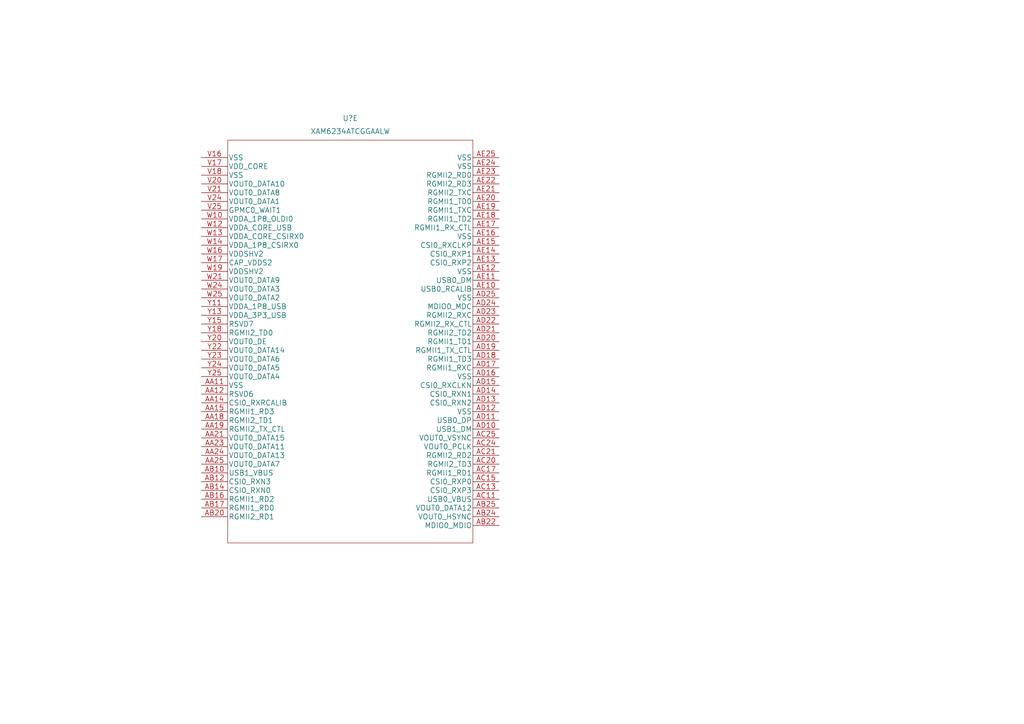
<source format=kicad_sch>
(kicad_sch (version 20211123) (generator eeschema)
  (paper "A4")
  (lib_symbols
    (symbol "XAM6234ATCGGAALW:XAM6234ATCGGAALW" (pin_names (offset 0.254))
      (property "Reference" "U" (at 45.72 10.16 0))
      (property "Value" "XAM6234ATCGGAALW" (at 45.72 7.62 0))
      (symbol "XAM6234ATCGGAALW_1_1"
        (polyline (pts (xy 7.62 -111.76) (xy 83.82 -111.76)) (stroke (width 0.127)))
        (polyline (pts (xy 7.62 5.08) (xy 7.62 -111.76)) (stroke (width 0.127)))
        (polyline (pts (xy 83.82 -111.76) (xy 83.82 5.08)) (stroke (width 0.127)))
        (polyline (pts (xy 83.82 5.08) (xy 7.62 5.08)) (stroke (width 0.127)))
        (pin power_in line (at 0 0 0) (length 7.62) (name "VSS") (number "A1"))
        (pin unspecified line (at 0 -2.54 0) (length 7.62) (name "RSVD1") (number "A2"))
        (pin output line (at 0 -5.08 0) (length 7.62) (name "MCU_OSC0_XO") (number "A3"))
        (pin bidirectional line (at 0 -7.62 0) (length 7.62) (name "WKUP_UART0_RTSN") (number "A4"))
        (pin bidirectional line (at 0 -10.16 0) (length 7.62) (name "MCU_UART0_TXD") (number "A5"))
        (pin bidirectional line (at 0 -12.7 0) (length 7.62) (name "MCU_UART0_CTSN") (number "A6"))
        (pin bidirectional line (at 0 -15.24 0) (length 7.62) (name "MCU_SPI0_CLK") (number "A7"))
        (pin bidirectional line (at 0 -17.78 0) (length 7.62) (name "MCU_I2C0_SCL") (number "A8"))
        (pin bidirectional line (at 0 -20.32 0) (length 7.62) (name "WKUP_I2C0_SDA") (number "A9"))
        (pin unspecified line (at 0 -22.86 0) (length 7.62) (name "RSVD0") (number "B1"))
        (pin input line (at 0 -25.4 0) (length 7.62) (name "MCU_OSC0_XI") (number "B2"))
        (pin bidirectional line (at 0 -27.94 0) (length 7.62) (name "MCU_MCAN0_RX") (number "B3"))
        (pin bidirectional line (at 0 -30.48 0) (length 7.62) (name "WKUP_UART0_RXD") (number "B4"))
        (pin bidirectional line (at 0 -33.02 0) (length 7.62) (name "MCU_UART0_RXD") (number "B5"))
        (pin bidirectional line (at 0 -35.56 0) (length 7.62) (name "MCU_UART0_RTSN") (number "B6"))
        (pin bidirectional line (at 0 -38.1 0) (length 7.62) (name "PMIC_LPM_EN0") (number "B7"))
        (pin bidirectional line (at 0 -40.64 0) (length 7.62) (name "MCU_SPI0_CS1") (number "B8"))
        (pin bidirectional line (at 0 -43.18 0) (length 7.62) (name "WKUP_I2C0_SCL") (number "B9"))
        (pin bidirectional line (at 0 -45.72 0) (length 7.62) (name "WKUP_LFOSC0_XO") (number "C1"))
        (pin input line (at 0 -48.26 0) (length 7.62) (name "WKUP_LFOSC0_XI") (number "C2"))
        (pin bidirectional line (at 0 -50.8 0) (length 7.62) (name "WKUP_UART0_TXD") (number "C5"))
        (pin bidirectional line (at 0 -53.34 0) (length 7.62) (name "WKUP_UART0_CTSN") (number "C6"))
        (pin bidirectional line (at 0 -55.88 0) (length 7.62) (name "MCU_SPI0_D1") (number "C9"))
        (pin bidirectional line (at 0 -58.42 0) (length 7.62) (name "MCU_ERRORN") (number "D1"))
        (pin bidirectional line (at 0 -60.96 0) (length 7.62) (name "MCU_PORZ") (number "D2"))
        (pin bidirectional line (at 0 -63.5 0) (length 7.62) (name "MCU_MCAN1_RX") (number "D4"))
        (pin bidirectional line (at 0 -66.04 0) (length 7.62) (name "MCU_MCAN0_TX") (number "D6"))
        (pin bidirectional line (at 0 -68.58 0) (length 7.62) (name "MCU_SPI0_D0") (number "D9"))
        (pin bidirectional line (at 0 -71.12 0) (length 7.62) (name "DDR0_DQS0") (number "E1"))
        (pin bidirectional line (at 0 -73.66 0) (length 7.62) (name "DDR0_DQS0_N") (number "E2"))
        (pin bidirectional line (at 0 -76.2 0) (length 7.62) (name "DDR0_DQ4") (number "E3"))
        (pin bidirectional line (at 0 -78.74 0) (length 7.62) (name "MCU_MCAN1_TX") (number "E5"))
        (pin unspecified line (at 0 -81.28 0) (length 7.62) (name "RSVD8") (number "E7"))
        (pin bidirectional line (at 0 -83.82 0) (length 7.62) (name "MCU_SPI0_CS0") (number "E8"))
        (pin bidirectional line (at 0 -86.36 0) (length 7.62) (name "DDR0_DQ7") (number "F1"))
        (pin bidirectional line (at 0 -88.9 0) (length 7.62) (name "DDR0_DQ6") (number "F2"))
        (pin bidirectional line (at 0 -91.44 0) (length 7.62) (name "DDR0_DQ2") (number "F3"))
        (pin bidirectional line (at 0 -93.98 0) (length 7.62) (name "DDR0_DQ0") (number "F4"))
        (pin unspecified line (at 0 -96.52 0) (length 7.62) (name "RSVD2") (number "F6"))
        (pin power_in line (at 0 -99.06 0) (length 7.62) (name "VDD_CANUART") (number "F8"))
        (pin output line (at 0 -101.6 0) (length 7.62) (name "DDR0_RESET0_N") (number "G1"))
        (pin bidirectional line (at 0 -104.14 0) (length 7.62) (name "DDR0_DQ5") (number "G2"))
        (pin bidirectional line (at 91.44 -106.68 180) (length 7.62) (name "DDR0_DQ1") (number "G5"))
        (pin power_in line (at 91.44 -104.14 180) (length 7.62) (name "VDDS_OSC0") (number "G7"))
        (pin unspecified line (at 91.44 -101.6 180) (length 7.62) (name "CAP_VDDS_CANUART") (number "G9"))
        (pin output line (at 91.44 -99.06 180) (length 7.62) (name "DDR0_ODT0") (number "H1"))
        (pin output line (at 91.44 -96.52 180) (length 7.62) (name "DDR0_CKE0") (number "H2"))
        (pin bidirectional line (at 91.44 -93.98 180) (length 7.62) (name "DDR0_DM0") (number "H5"))
        (pin bidirectional line (at 91.44 -91.44 180) (length 7.62) (name "DDR0_DQ3") (number "H6"))
        (pin power_in line (at 91.44 -88.9 180) (length 7.62) (name "VDD_CORE") (number "H8"))
        (pin power_in line (at 91.44 -86.36 180) (length 7.62) (name "VDDSHV_CANUART") (number "H9"))
        (pin output line (at 91.44 -83.82 180) (length 7.62) (name "DDR0_A0") (number "J1"))
        (pin output line (at 91.44 -81.28 180) (length 7.62) (name "DDR0_A1") (number "J2"))
        (pin output line (at 91.44 -78.74 180) (length 7.62) (name "DDR0_ODT1") (number "J3"))
        (pin output line (at 91.44 -76.2 180) (length 7.62) (name "DDR0_CKE1") (number "J4"))
        (pin power_in line (at 91.44 -73.66 180) (length 7.62) (name "VSS") (number "J7"))
        (pin power_in line (at 91.44 -71.12 180) (length 7.62) (name "VPP") (number "J8"))
        (pin output line (at 91.44 -68.58 180) (length 7.62) (name "DDR0_A5") (number "K1"))
        (pin output line (at 91.44 -66.04 180) (length 7.62) (name "DDR0_CS1_N") (number "K2"))
        (pin output line (at 91.44 -63.5 180) (length 7.62) (name "DDR0_A2") (number "K3"))
        (pin output line (at 91.44 -60.96 180) (length 7.62) (name "DDR0_A4") (number "K4"))
        (pin power_in line (at 91.44 -58.42 180) (length 7.62) (name "VSS") (number "K7"))
        (pin power_in line (at 91.44 -55.88 180) (length 7.62) (name "VDDS_DDR") (number "K9"))
        (pin output line (at 91.44 -53.34 180) (length 7.62) (name "DDR0_CK0") (number "L1"))
        (pin output line (at 91.44 -50.8 180) (length 7.62) (name "DDR0_CK0_N") (number "L2"))
        (pin output line (at 91.44 -48.26 180) (length 7.62) (name "DDR0_A3") (number "L5"))
        (pin output line (at 91.44 -45.72 180) (length 7.62) (name "DDR0_CS0_N") (number "L6"))
        (pin power_in line (at 91.44 -43.18 180) (length 7.62) (name "VDDS_DDR") (number "L8"))
        (pin output line (at 91.44 -40.64 180) (length 7.62) (name "DDR0_BA0") (number "M1"))
        (pin unspecified line (at 91.44 -38.1 180) (length 7.62) (name "DDR0_CAL0") (number "M2"))
        (pin output line (at 91.44 -35.56 180) (length 7.62) (name "DDR0_CAS_N") (number "M4"))
        (pin output line (at 91.44 -33.02 180) (length 7.62) (name "DDR0_RAS_N") (number "M5"))
        (pin power_in line (at 91.44 -30.48 180) (length 7.62) (name "VSS") (number "M7"))
        (pin power_in line (at 91.44 -27.94 180) (length 7.62) (name "VSS") (number "M8"))
        (pin power_in line (at 91.44 -25.4 180) (length 7.62) (name "VDDS_DDR_C") (number "M9"))
        (pin output line (at 91.44 -22.86 180) (length 7.62) (name "DDR0_BA1") (number "N1"))
        (pin output line (at 91.44 -20.32 180) (length 7.62) (name "DDR0_BG1") (number "N2"))
        (pin output line (at 91.44 -17.78 180) (length 7.62) (name "DDR0_WE_N") (number "N3"))
        (pin output line (at 91.44 -15.24 180) (length 7.62) (name "DDR0_ACT_N") (number "N6"))
        (pin power_in line (at 91.44 -12.7 180) (length 7.62) (name "VDD_CORE") (number "N8"))
        (pin output line (at 91.44 -10.16 180) (length 7.62) (name "DDR0_A8") (number "P1"))
        (pin output line (at 91.44 -7.62 180) (length 7.62) (name "DDR0_A7") (number "P2"))
        (pin output line (at 91.44 -5.08 180) (length 7.62) (name "DDR0_A9") (number "P4"))
        (pin output line (at 91.44 -2.54 180) (length 7.62) (name "DDR0_A11") (number "P5"))
        (pin power_in line (at 91.44 0 180) (length 7.62) (name "VSS") (number "P7"))
      )
      (symbol "XAM6234ATCGGAALW_2_1"
        (polyline (pts (xy 7.62 -111.76) (xy 73.66 -111.76)) (stroke (width 0.127)))
        (polyline (pts (xy 7.62 5.08) (xy 7.62 -111.76)) (stroke (width 0.127)))
        (polyline (pts (xy 73.66 -111.76) (xy 73.66 5.08)) (stroke (width 0.127)))
        (polyline (pts (xy 73.66 5.08) (xy 7.62 5.08)) (stroke (width 0.127)))
        (pin input line (at 0 -91.44 0) (length 7.62) (name "TCK") (number "A10"))
        (pin input line (at 0 -93.98 0) (length 7.62) (name "TDI") (number "A11"))
        (pin bidirectional line (at 0 -96.52 0) (length 7.62) (name "WKUP_CLKOUT0") (number "A12"))
        (pin bidirectional line (at 0 -99.06 0) (length 7.62) (name "SPI0_CS0") (number "A13"))
        (pin bidirectional line (at 0 -101.6 0) (length 7.62) (name "SPI0_CLK") (number "A14"))
        (pin bidirectional line (at 0 -104.14 0) (length 7.62) (name "UART0_CTSN") (number "A15"))
        (pin bidirectional line (at 81.28 -106.68 180) (length 7.62) (name "I2C0_SDA") (number "A16"))
        (pin bidirectional line (at 81.28 -104.14 180) (length 7.62) (name "I2C1_SDA") (number "A17"))
        (pin bidirectional line (at 81.28 -101.6 180) (length 7.62) (name "EXT_REFCLK1") (number "A18"))
        (pin bidirectional line (at 81.28 -99.06 180) (length 7.62) (name "MCASP0_AXR2") (number "A19"))
        (pin bidirectional line (at 81.28 -96.52 180) (length 7.62) (name "MCASP0_ACLKR") (number "A20"))
        (pin bidirectional line (at 81.28 -93.98 180) (length 7.62) (name "MMC1_CMD") (number "A21"))
        (pin bidirectional line (at 81.28 -91.44 180) (length 7.62) (name "MMC1_DAT0") (number "A22"))
        (pin bidirectional line (at 81.28 -88.9 180) (length 7.62) (name "MMC2_SDCD") (number "A23"))
        (pin power_in line (at 81.28 -86.36 180) (length 7.62) (name "VSS") (number "A24"))
        (pin power_in line (at 81.28 -83.82 180) (length 7.62) (name "VSS") (number "A25"))
        (pin bidirectional line (at 81.28 -81.28 180) (length 7.62) (name "MMC0_DAT1") (number "AA1"))
        (pin bidirectional line (at 81.28 -78.74 180) (length 7.62) (name "MMC0_DAT0") (number "AA2"))
        (pin bidirectional line (at 81.28 -76.2 180) (length 7.62) (name "MMC0_DAT2") (number "AA3"))
        (pin bidirectional line (at 81.28 -73.66 180) (length 7.62) (name "OLDI0_A0N") (number "AA5"))
        (pin bidirectional line (at 81.28 -71.12 180) (length 7.62) (name "OLDI0_A3P") (number "AA7"))
        (pin bidirectional line (at 81.28 -68.58 180) (length 7.62) (name "OLDI0_A2P") (number "AA8"))
        (pin bidirectional line (at 81.28 -66.04 180) (length 7.62) (name "MMC0_CLK") (number "AB1"))
        (pin bidirectional line (at 81.28 -63.5 180) (length 7.62) (name "MMC0_DAT4") (number "AB2"))
        (pin bidirectional line (at 81.28 -60.96 180) (length 7.62) (name "OLDI0_A1P") (number "AB4"))
        (pin bidirectional line (at 81.28 -58.42 180) (length 7.62) (name "OLDI0_A3N") (number "AB6"))
        (pin power_in line (at 81.28 -55.88 180) (length 7.62) (name "VSS") (number "AB9"))
        (pin bidirectional line (at 81.28 -53.34 180) (length 7.62) (name "MMC0_DAT5") (number "AC1"))
        (pin bidirectional line (at 81.28 -50.8 180) (length 7.62) (name "MMC0_DAT7") (number "AC2"))
        (pin bidirectional line (at 81.28 -48.26 180) (length 7.62) (name "OLDI0_A4P") (number "AC5"))
        (pin bidirectional line (at 81.28 -45.72 180) (length 7.62) (name "OLDI0_A4N") (number "AC6"))
        (pin bidirectional line (at 81.28 -43.18 180) (length 7.62) (name "USB1_RCALIB") (number "AC9"))
        (pin power_in line (at 81.28 -40.64 180) (length 7.62) (name "VSS") (number "AD1"))
        (pin bidirectional line (at 81.28 -38.1 180) (length 7.62) (name "MMC0_DAT6") (number "AD2"))
        (pin bidirectional line (at 81.28 -35.56 180) (length 7.62) (name "OLDI0_A1N") (number "AD3"))
        (pin bidirectional line (at 81.28 -33.02 180) (length 7.62) (name "OLDI0_CLK0N") (number "AD4"))
        (pin bidirectional line (at 81.28 -30.48 180) (length 7.62) (name "OLDI0_CLK1P") (number "AD5"))
        (pin bidirectional line (at 81.28 -27.94 180) (length 7.62) (name "OLDI0_A5P") (number "AD6"))
        (pin bidirectional line (at 81.28 -25.4 180) (length 7.62) (name "OLDI0_A6P") (number "AD7"))
        (pin bidirectional line (at 81.28 -22.86 180) (length 7.62) (name "OLDI0_A7N") (number "AD8"))
        (pin power_in line (at 81.28 -20.32 180) (length 7.62) (name "VSS") (number "AD9"))
        (pin power_in line (at 81.28 -17.78 180) (length 7.62) (name "VSS") (number "AE1"))
        (pin unspecified line (at 81.28 -15.24 180) (length 7.62) (name "RSVD3") (number "AE2"))
        (pin bidirectional line (at 81.28 -12.7 180) (length 7.62) (name "OLDI0_CLK0P") (number "AE3"))
        (pin bidirectional line (at 81.28 -10.16 180) (length 7.62) (name "OLDI0_CLK1N") (number "AE4"))
        (pin bidirectional line (at 81.28 -7.62 180) (length 7.62) (name "OLDI0_A5N") (number "AE5"))
        (pin bidirectional line (at 81.28 -5.08 180) (length 7.62) (name "OLDI0_A6N") (number "AE6"))
        (pin bidirectional line (at 81.28 -2.54 180) (length 7.62) (name "OLDI0_A7P") (number "AE7"))
        (pin power_in line (at 81.28 0 180) (length 7.62) (name "VSS") (number "AE8"))
        (pin power_in line (at 0 0 0) (length 7.62) (name "VDDS_DDR") (number "P9"))
        (pin output line (at 0 -2.54 0) (length 7.62) (name "DDR0_A13") (number "R1"))
        (pin output line (at 0 -5.08 0) (length 7.62) (name "DDR0_A6") (number "R2"))
        (pin bidirectional line (at 0 -7.62 0) (length 7.62) (name "DDR0_ALERT_N") (number "R3"))
        (pin output line (at 0 -10.16 0) (length 7.62) (name "DDR0_A10") (number "R5"))
        (pin output line (at 0 -12.7 0) (length 7.62) (name "DDR0_A12") (number "R6"))
        (pin power_in line (at 0 -15.24 0) (length 7.62) (name "VDDS_DDR") (number "R8"))
        (pin output line (at 0 -17.78 0) (length 7.62) (name "DDR0_PAR") (number "T1"))
        (pin unspecified line (at 0 -20.32 0) (length 7.62) (name "RSVD4") (number "T2"))
        (pin output line (at 0 -22.86 0) (length 7.62) (name "DDR0_BG0") (number "T4"))
        (pin power_in line (at 0 -25.4 0) (length 7.62) (name "VDDSHV4") (number "T7"))
        (pin power_in line (at 0 -27.94 0) (length 7.62) (name "VSS") (number "T8"))
        (pin power_in line (at 0 -30.48 0) (length 7.62) (name "VDDA_TEMP0") (number "T9"))
        (pin bidirectional line (at 0 -33.02 0) (length 7.62) (name "DDR0_DQ8") (number "U1"))
        (pin bidirectional line (at 0 -35.56 0) (length 7.62) (name "DDR0_DQ10") (number "U2"))
        (pin bidirectional line (at 0 -38.1 0) (length 7.62) (name "DDR0_DQ9") (number "U3"))
        (pin unspecified line (at 0 -40.64 0) (length 7.62) (name "RSVD5") (number "U4"))
        (pin unspecified line (at 0 -43.18 0) (length 7.62) (name "CAP_VDDS4") (number "U7"))
        (pin power_in line (at 0 -45.72 0) (length 7.62) (name "VSS") (number "U8"))
        (pin bidirectional line (at 0 -48.26 0) (length 7.62) (name "DDR0_DQS1") (number "V1"))
        (pin bidirectional line (at 0 -50.8 0) (length 7.62) (name "DDR0_DQS1_N") (number "V2"))
        (pin bidirectional line (at 0 -53.34 0) (length 7.62) (name "DDR0_DQ11") (number "V5"))
        (pin bidirectional line (at 0 -55.88 0) (length 7.62) (name "DDR0_DQ13") (number "V6"))
        (pin power_in line (at 0 -58.42 0) (length 7.62) (name "VDD_CORE") (number "V8"))
        (pin power_in line (at 0 -60.96 0) (length 7.62) (name "VSS") (number "V9"))
        (pin bidirectional line (at 0 -63.5 0) (length 7.62) (name "DDR0_DQ15") (number "W1"))
        (pin bidirectional line (at 0 -66.04 0) (length 7.62) (name "DDR0_DQ12") (number "W2"))
        (pin bidirectional line (at 0 -68.58 0) (length 7.62) (name "DDR0_DM1") (number "W5"))
        (pin power_in line (at 0 -71.12 0) (length 7.62) (name "VSS") (number "W7"))
        (pin power_in line (at 0 -73.66 0) (length 7.62) (name "VDDA_1P8_OLDI0") (number "W9"))
        (pin bidirectional line (at 0 -76.2 0) (length 7.62) (name "DDR0_DQ14") (number "Y1"))
        (pin power_in line (at 0 -78.74 0) (length 7.62) (name "VSS") (number "Y2"))
        (pin bidirectional line (at 0 -81.28 0) (length 7.62) (name "MMC0_CMD") (number "Y3"))
        (pin bidirectional line (at 0 -83.82 0) (length 7.62) (name "MMC0_DAT3") (number "Y4"))
        (pin bidirectional line (at 0 -86.36 0) (length 7.62) (name "OLDI0_A0P") (number "Y6"))
        (pin bidirectional line (at 0 -88.9 0) (length 7.62) (name "OLDI0_A2N") (number "Y8"))
      )
      (symbol "XAM6234ATCGGAALW_3_1"
        (polyline (pts (xy 7.62 -111.76) (xy 73.66 -111.76)) (stroke (width 0.127)))
        (polyline (pts (xy 7.62 5.08) (xy 7.62 -111.76)) (stroke (width 0.127)))
        (polyline (pts (xy 73.66 -111.76) (xy 73.66 5.08)) (stroke (width 0.127)))
        (polyline (pts (xy 73.66 5.08) (xy 7.62 5.08)) (stroke (width 0.127)))
        (pin bidirectional line (at 0 0 0) (length 7.62) (name "USB1_DP") (number "AE9"))
        (pin input line (at 0 -2.54 0) (length 7.62) (name "TRSTN") (number "B10"))
        (pin input line (at 0 -5.08 0) (length 7.62) (name "TMS") (number "B11"))
        (pin bidirectional line (at 0 -7.62 0) (length 7.62) (name "MCU_RESETSTATZ") (number "B12"))
        (pin bidirectional line (at 0 -10.16 0) (length 7.62) (name "SPI0_D0") (number "B13"))
        (pin bidirectional line (at 0 -12.7 0) (length 7.62) (name "SPI0_D1") (number "B14"))
        (pin bidirectional line (at 0 -15.24 0) (length 7.62) (name "UART0_RTSN") (number "B15"))
        (pin bidirectional line (at 0 -17.78 0) (length 7.62) (name "I2C0_SCL") (number "B16"))
        (pin bidirectional line (at 0 -20.32 0) (length 7.62) (name "I2C1_SCL") (number "B17"))
        (pin bidirectional line (at 0 -22.86 0) (length 7.62) (name "MCASP0_AXR1") (number "B18"))
        (pin bidirectional line (at 0 -25.4 0) (length 7.62) (name "MCASP0_AXR3") (number "B19"))
        (pin bidirectional line (at 0 -27.94 0) (length 7.62) (name "MCASP0_ACLKX") (number "B20"))
        (pin bidirectional line (at 0 -30.48 0) (length 7.62) (name "MMC1_DAT1") (number "B21"))
        (pin bidirectional line (at 0 -33.02 0) (length 7.62) (name "MMC1_CLK") (number "B22"))
        (pin bidirectional line (at 0 -35.56 0) (length 7.62) (name "MMC2_SDWP") (number "B23"))
        (pin bidirectional line (at 0 -38.1 0) (length 7.62) (name "MMC2_DAT0") (number "B24"))
        (pin power_in line (at 0 -40.64 0) (length 7.62) (name "VSS") (number "B25"))
        (pin bidirectional line (at 0 -43.18 0) (length 7.62) (name "EMU1") (number "C11"))
        (pin bidirectional line (at 0 -45.72 0) (length 7.62) (name "SPI0_CS1") (number "C13"))
        (pin bidirectional line (at 0 -48.26 0) (length 7.62) (name "MCAN0_TX") (number "C15"))
        (pin bidirectional line (at 0 -50.8 0) (length 7.62) (name "MMC1_SDWP") (number "C17"))
        (pin bidirectional line (at 0 -53.34 0) (length 7.62) (name "USB0_DRVVBUS") (number "C20"))
        (pin bidirectional line (at 0 -55.88 0) (length 7.62) (name "MMC1_DAT2") (number "C21"))
        (pin bidirectional line (at 0 -58.42 0) (length 7.62) (name "MMC2_CMD") (number "C24"))
        (pin bidirectional line (at 0 -60.96 0) (length 7.62) (name "MMC2_DAT1") (number "C25"))
        (pin bidirectional line (at 0 -63.5 0) (length 7.62) (name "MCU_I2C0_SDA") (number "D10"))
        (pin output line (at 0 -66.04 0) (length 7.62) (name "TDO") (number "D12"))
        (pin bidirectional line (at 0 -68.58 0) (length 7.62) (name "UART0_RXD") (number "D14"))
        (pin bidirectional line (at 0 -71.12 0) (length 7.62) (name "EXTINTN") (number "D16"))
        (pin bidirectional line (at 0 -73.66 0) (length 7.62) (name "MMC1_SDCD") (number "D17"))
        (pin bidirectional line (at 0 -76.2 0) (length 7.62) (name "MCASP0_AFSX") (number "D20"))
        (pin bidirectional line (at 0 -78.74 0) (length 7.62) (name "MMC1_DAT3") (number "D22"))
        (pin bidirectional line (at 0 -81.28 0) (length 7.62) (name "MMC2_DAT3") (number "D24"))
        (pin bidirectional line (at 0 -83.82 0) (length 7.62) (name "MMC2_CLK") (number "D25"))
        (pin bidirectional line (at 0 -86.36 0) (length 7.62) (name "MCU_RESETZ") (number "E11"))
        (pin bidirectional line (at 0 -88.9 0) (length 7.62) (name "EMU0") (number "E12"))
        (pin bidirectional line (at 0 -91.44 0) (length 7.62) (name "UART0_TXD") (number "E14"))
        (pin bidirectional line (at 0 -93.98 0) (length 7.62) (name "MCAN0_RX") (number "E15"))
        (pin bidirectional line (at 0 -96.52 0) (length 7.62) (name "MCASP0_AXR0") (number "E18"))
        (pin bidirectional line (at 0 -99.06 0) (length 7.62) (name "MCASP0_AFSR") (number "E19"))
        (pin output line (at 0 -101.6 0) (length 7.62) (name "PORZ_OUT") (number "E21"))
        (pin bidirectional line (at 0 -104.14 0) (length 7.62) (name "MMC2_DAT2") (number "E23"))
        (pin bidirectional line (at 81.28 -106.68 180) (length 7.62) (name "OSPI0_CSN3") (number "E24"))
        (pin bidirectional line (at 81.28 -104.14 180) (length 7.62) (name "OSPI0_D0") (number "E25"))
        (pin power_in line (at 81.28 -101.6 180) (length 7.62) (name "VDDSHV_MCU") (number "F11"))
        (pin power_in line (at 81.28 -99.06 180) (length 7.62) (name "VSS") (number "F13"))
        (pin power_in line (at 81.28 -96.52 180) (length 7.62) (name "VDDSHV0") (number "F15"))
        (pin bidirectional line (at 81.28 -93.98 180) (length 7.62) (name "USB1_DRVVBUS") (number "F18"))
        (pin input line (at 81.28 -91.44 180) (length 7.62) (name "RESET_REQZ") (number "F20"))
        (pin output line (at 81.28 -88.9 180) (length 7.62) (name "RESETSTATZ") (number "F22"))
        (pin bidirectional line (at 81.28 -86.36 180) (length 7.62) (name "OSPI0_CSN0") (number "F23"))
        (pin bidirectional line (at 81.28 -83.82 180) (length 7.62) (name "OSPI0_D3") (number "F24"))
        (pin bidirectional line (at 81.28 -81.28 180) (length 7.62) (name "OSPI0_D2") (number "F25"))
        (pin unspecified line (at 81.28 -78.74 180) (length 7.62) (name "VMON_1P8_SOC") (number "G10"))
        (pin power_in line (at 81.28 -76.2 180) (length 7.62) (name "VDDSHV_MCU") (number "G12"))
        (pin power_in line (at 81.28 -73.66 180) (length 7.62) (name "VSS") (number "G13"))
        (pin power_in line (at 81.28 -71.12 180) (length 7.62) (name "VDDSHV0") (number "G14"))
        (pin power_in line (at 81.28 -68.58 180) (length 7.62) (name "VDDA_TEMP1") (number "G16"))
        (pin power_in line (at 81.28 -66.04 180) (length 7.62) (name "VDDSHV5") (number "G17"))
        (pin power_in line (at 81.28 -63.5 180) (length 7.62) (name "VSS") (number "G19"))
        (pin bidirectional line (at 81.28 -60.96 180) (length 7.62) (name "OSPI0_CSN1") (number "G21"))
        (pin bidirectional line (at 81.28 -58.42 180) (length 7.62) (name "OSPI0_D1") (number "G24"))
        (pin bidirectional line (at 81.28 -55.88 180) (length 7.62) (name "OSPI0_LBCLKO") (number "G25"))
        (pin unspecified line (at 81.28 -53.34 180) (length 7.62) (name "VMON_VSYS") (number "H10"))
        (pin unspecified line (at 81.28 -50.8 180) (length 7.62) (name "CAP_VDDS_MCU") (number "H11"))
        (pin power_in line (at 81.28 -48.26 180) (length 7.62) (name "VSS") (number "H13"))
        (pin unspecified line (at 81.28 -45.72 180) (length 7.62) (name "CAP_VDDS0") (number "H15"))
        (pin power_in line (at 81.28 -43.18 180) (length 7.62) (name "VSS") (number "H16"))
        (pin unspecified line (at 81.28 -40.64 180) (length 7.62) (name "CAP_VDDS5") (number "H17"))
        (pin power_in line (at 81.28 -38.1 180) (length 7.62) (name "VSS") (number "H18"))
        (pin power_in line (at 81.28 -35.56 180) (length 7.62) (name "VSS") (number "H20"))
        (pin bidirectional line (at 81.28 -33.02 180) (length 7.62) (name "OSPI0_CSN2") (number "H21"))
        (pin bidirectional line (at 81.28 -30.48 180) (length 7.62) (name "OSPI0_CLK") (number "H24"))
        (pin bidirectional line (at 81.28 -27.94 180) (length 7.62) (name "OSPI0_D6") (number "H25"))
        (pin power_in line (at 81.28 -25.4 180) (length 7.62) (name "VDD_CORE") (number "J11"))
        (pin power_in line (at 81.28 -22.86 180) (length 7.62) (name "VDDR_CORE") (number "J12"))
        (pin power_in line (at 81.28 -20.32 180) (length 7.62) (name "VSS") (number "J13"))
        (pin power_in line (at 81.28 -17.78 180) (length 7.62) (name "VDD_CORE") (number "J14"))
        (pin power_in line (at 81.28 -15.24 180) (length 7.62) (name "VDDSHV6") (number "J18"))
        (pin unspecified line (at 81.28 -12.7 180) (length 7.62) (name "CAP_VDDS6") (number "J19"))
        (pin bidirectional line (at 81.28 -10.16 180) (length 7.62) (name "OSPI0_D7") (number "J22"))
        (pin bidirectional line (at 81.28 -7.62 180) (length 7.62) (name "OSPI0_D4") (number "J23"))
        (pin bidirectional line (at 81.28 -5.08 180) (length 7.62) (name "OSPI0_DQS") (number "J24"))
        (pin bidirectional line (at 81.28 -2.54 180) (length 7.62) (name "OSPI0_D5") (number "J25"))
        (pin unspecified line (at 81.28 0 180) (length 7.62) (name "VMON_3P3_SOC") (number "K10"))
      )
      (symbol "XAM6234ATCGGAALW_4_1"
        (polyline (pts (xy 7.62 -111.76) (xy 68.58 -111.76)) (stroke (width 0.127)))
        (polyline (pts (xy 7.62 5.08) (xy 7.62 -111.76)) (stroke (width 0.127)))
        (polyline (pts (xy 68.58 -111.76) (xy 68.58 5.08)) (stroke (width 0.127)))
        (polyline (pts (xy 68.58 5.08) (xy 7.62 5.08)) (stroke (width 0.127)))
        (pin power_in line (at 0 0 0) (length 7.62) (name "VSS") (number "K13"))
        (pin power_in line (at 0 -2.54 0) (length 7.62) (name "VSS") (number "K15"))
        (pin power_in line (at 0 -5.08 0) (length 7.62) (name "VDDR_CORE") (number "K16"))
        (pin power_in line (at 0 -7.62 0) (length 7.62) (name "VDD_CORE") (number "K17"))
        (pin unspecified line (at 0 -10.16 0) (length 7.62) (name "CAP_VDDS1") (number "K18"))
        (pin power_in line (at 0 -12.7 0) (length 7.62) (name "VSS") (number "K19"))
        (pin bidirectional line (at 0 -15.24 0) (length 7.62) (name "GPMC0_CSN2") (number "K22"))
        (pin bidirectional line (at 0 -17.78 0) (length 7.62) (name "GPMC0_CSN3") (number "K24"))
        (pin bidirectional line (at 0 -20.32 0) (length 7.62) (name "GPMC0_WPN") (number "K25"))
        (pin power_in line (at 0 -22.86 0) (length 7.62) (name "VDDA_MCU") (number "L11"))
        (pin power_in line (at 0 -25.4 0) (length 7.62) (name "VDD_CORE") (number "L12"))
        (pin power_in line (at 0 -27.94 0) (length 7.62) (name "VDDA_PLL2") (number "L14"))
        (pin power_in line (at 0 -30.48 0) (length 7.62) (name "VDD_CORE") (number "L15"))
        (pin power_in line (at 0 -33.02 0) (length 7.62) (name "VDDSHV1") (number "L18"))
        (pin power_in line (at 0 -35.56 0) (length 7.62) (name "VSS") (number "L20"))
        (pin bidirectional line (at 0 -38.1 0) (length 7.62) (name "GPMC0_CSN1") (number "L21"))
        (pin bidirectional line (at 0 -40.64 0) (length 7.62) (name "GPMC0_ADVN_ALE") (number "L23"))
        (pin bidirectional line (at 0 -43.18 0) (length 7.62) (name "GPMC0_OEN_REN") (number "L24"))
        (pin bidirectional line (at 0 -45.72 0) (length 7.62) (name "GPMC0_WEN") (number "L25"))
        (pin power_in line (at 0 -48.26 0) (length 7.62) (name "VSS") (number "M10"))
        (pin power_in line (at 0 -50.8 0) (length 7.62) (name "VSS") (number "M12"))
        (pin power_in line (at 0 -53.34 0) (length 7.62) (name "VSS") (number "M13"))
        (pin power_in line (at 0 -55.88 0) (length 7.62) (name "VDD_CORE") (number "M16"))
        (pin power_in line (at 0 -58.42 0) (length 7.62) (name "VSS") (number "M17"))
        (pin power_in line (at 0 -60.96 0) (length 7.62) (name "VSS") (number "M18"))
        (pin power_in line (at 0 -63.5 0) (length 7.62) (name "VDDSHV1") (number "M19"))
        (pin bidirectional line (at 0 -66.04 0) (length 7.62) (name "GPMC0_CSN0") (number "M21"))
        (pin bidirectional line (at 0 -68.58 0) (length 7.62) (name "GPMC0_DIR") (number "M22"))
        (pin bidirectional line (at 0 -71.12 0) (length 7.62) (name "GPMC0_BE0N_CLE") (number "M24"))
        (pin bidirectional line (at 0 -73.66 0) (length 7.62) (name "GPMC0_AD0") (number "M25"))
        (pin power_in line (at 0 -76.2 0) (length 7.62) (name "VDD_CORE") (number "N11"))
        (pin power_in line (at 0 -78.74 0) (length 7.62) (name "VDDR_CORE") (number "N12"))
        (pin power_in line (at 0 -81.28 0) (length 7.62) (name "VDD_CORE") (number "N13"))
        (pin power_in line (at 0 -83.82 0) (length 7.62) (name "VDDR_CORE") (number "N14"))
        (pin power_in line (at 0 -86.36 0) (length 7.62) (name "VSS") (number "N15"))
        (pin power_in line (at 0 -88.9 0) (length 7.62) (name "VDDSHV3") (number "N18"))
        (pin bidirectional line (at 0 -91.44 0) (length 7.62) (name "GPMC0_BE1N") (number "N20"))
        (pin bidirectional line (at 0 -93.98 0) (length 7.62) (name "GPMC0_AD1") (number "N23"))
        (pin bidirectional line (at 0 -96.52 0) (length 7.62) (name "GPMC0_AD2") (number "N24"))
        (pin bidirectional line (at 0 -99.06 0) (length 7.62) (name "GPMC0_AD3") (number "N25"))
        (pin power_in line (at 0 -101.6 0) (length 7.62) (name "VSS") (number "P10"))
        (pin power_in line (at 0 -104.14 0) (length 7.62) (name "VSS") (number "P13"))
        (pin power_in line (at 76.2 -106.68 180) (length 7.62) (name "VDDR_CORE") (number "P16"))
        (pin power_in line (at 76.2 -104.14 180) (length 7.62) (name "VDD_CORE") (number "P17"))
        (pin power_in line (at 76.2 -101.6 180) (length 7.62) (name "VDDSHV3") (number "P18"))
        (pin unspecified line (at 76.2 -99.06 180) (length 7.62) (name "CAP_VDDS3") (number "P19"))
        (pin bidirectional line (at 76.2 -96.52 180) (length 7.62) (name "GPMC0_AD6") (number "P21"))
        (pin bidirectional line (at 76.2 -93.98 180) (length 7.62) (name "GPMC0_AD5") (number "P22"))
        (pin bidirectional line (at 76.2 -91.44 180) (length 7.62) (name "GPMC0_AD4") (number "P24"))
        (pin bidirectional line (at 76.2 -88.9 180) (length 7.62) (name "GPMC0_CLK") (number "P25"))
        (pin power_in line (at 76.2 -86.36 180) (length 7.62) (name "VDD_CORE") (number "R11"))
        (pin power_in line (at 76.2 -83.82 180) (length 7.62) (name "VDDR_CORE") (number "R12"))
        (pin power_in line (at 76.2 -81.28 180) (length 7.62) (name "VSS") (number "R13"))
        (pin power_in line (at 76.2 -78.74 180) (length 7.62) (name "VDD_CORE") (number "R14"))
        (pin power_in line (at 76.2 -76.2 180) (length 7.62) (name "VSS") (number "R15"))
        (pin power_in line (at 76.2 -73.66 180) (length 7.62) (name "VSS") (number "R18"))
        (pin power_in line (at 76.2 -71.12 180) (length 7.62) (name "VSS") (number "R20"))
        (pin bidirectional line (at 76.2 -68.58 180) (length 7.62) (name "GPMC0_AD11") (number "R21"))
        (pin bidirectional line (at 76.2 -66.04 180) (length 7.62) (name "GPMC0_AD7") (number "R23"))
        (pin bidirectional line (at 76.2 -63.5 180) (length 7.62) (name "GPMC0_AD8") (number "R24"))
        (pin bidirectional line (at 76.2 -60.96 180) (length 7.62) (name "GPMC0_AD9") (number "R25"))
        (pin power_in line (at 76.2 -58.42 180) (length 7.62) (name "VDDR_CORE") (number "T10"))
        (pin power_in line (at 76.2 -55.88 180) (length 7.62) (name "VSS") (number "T13"))
        (pin power_in line (at 76.2 -53.34 180) (length 7.62) (name "VSS") (number "T14"))
        (pin power_in line (at 76.2 -50.8 180) (length 7.62) (name "VSS") (number "T16"))
        (pin power_in line (at 76.2 -48.26 180) (length 7.62) (name "VSS") (number "T17"))
        (pin power_in line (at 76.2 -45.72 180) (length 7.62) (name "VSS") (number "T18"))
        (pin power_in line (at 76.2 -43.18 180) (length 7.62) (name "VDDSHV3") (number "T19"))
        (pin bidirectional line (at 76.2 -40.64 180) (length 7.62) (name "GPMC0_AD12") (number "T22"))
        (pin bidirectional line (at 76.2 -38.1 180) (length 7.62) (name "GPMC0_AD13") (number "T24"))
        (pin bidirectional line (at 76.2 -35.56 180) (length 7.62) (name "GPMC0_AD10") (number "T25"))
        (pin power_in line (at 76.2 -33.02 180) (length 7.62) (name "VDDA_PLL0") (number "U11"))
        (pin power_in line (at 76.2 -30.48 180) (length 7.62) (name "VDD_CORE") (number "U12"))
        (pin power_in line (at 76.2 -27.94 180) (length 7.62) (name "VDDR_CORE") (number "U14"))
        (pin power_in line (at 76.2 -25.4 180) (length 7.62) (name "VDDA_PLL1") (number "U15"))
        (pin power_in line (at 76.2 -22.86 180) (length 7.62) (name "VDDSHV3") (number "U18"))
        (pin power_in line (at 76.2 -20.32 180) (length 7.62) (name "VSS") (number "U19"))
        (pin bidirectional line (at 76.2 -17.78 180) (length 7.62) (name "VOUT0_DATA0") (number "U22"))
        (pin bidirectional line (at 76.2 -15.24 180) (length 7.62) (name "GPMC0_WAIT0") (number "U23"))
        (pin bidirectional line (at 76.2 -12.7 180) (length 7.62) (name "GPMC0_AD15") (number "U24"))
        (pin bidirectional line (at 76.2 -10.16 180) (length 7.62) (name "GPMC0_AD14") (number "U25"))
        (pin power_in line (at 76.2 -7.62 180) (length 7.62) (name "VSS") (number "V10"))
        (pin power_in line (at 76.2 -5.08 180) (length 7.62) (name "VSS") (number "V11"))
        (pin power_in line (at 76.2 -2.54 180) (length 7.62) (name "VSS") (number "V13"))
        (pin power_in line (at 76.2 0 180) (length 7.62) (name "VDD_CORE") (number "V15"))
      )
      (symbol "XAM6234ATCGGAALW_5_1"
        (polyline (pts (xy 7.62 -111.76) (xy 78.74 -111.76)) (stroke (width 0.127)))
        (polyline (pts (xy 7.62 5.08) (xy 7.62 -111.76)) (stroke (width 0.127)))
        (polyline (pts (xy 78.74 -111.76) (xy 78.74 5.08)) (stroke (width 0.127)))
        (polyline (pts (xy 78.74 5.08) (xy 7.62 5.08)) (stroke (width 0.127)))
        (pin power_in line (at 0 -66.04 0) (length 7.62) (name "VSS") (number "AA11"))
        (pin unspecified line (at 0 -68.58 0) (length 7.62) (name "RSVD6") (number "AA12"))
        (pin unspecified line (at 0 -71.12 0) (length 7.62) (name "CSI0_RXRCALIB") (number "AA14"))
        (pin bidirectional line (at 0 -73.66 0) (length 7.62) (name "RGMII1_RD3") (number "AA15"))
        (pin bidirectional line (at 0 -76.2 0) (length 7.62) (name "RGMII2_TD1") (number "AA18"))
        (pin bidirectional line (at 0 -78.74 0) (length 7.62) (name "RGMII2_TX_CTL") (number "AA19"))
        (pin bidirectional line (at 0 -81.28 0) (length 7.62) (name "VOUT0_DATA15") (number "AA21"))
        (pin bidirectional line (at 0 -83.82 0) (length 7.62) (name "VOUT0_DATA11") (number "AA23"))
        (pin bidirectional line (at 0 -86.36 0) (length 7.62) (name "VOUT0_DATA13") (number "AA24"))
        (pin bidirectional line (at 0 -88.9 0) (length 7.62) (name "VOUT0_DATA7") (number "AA25"))
        (pin unspecified line (at 0 -91.44 0) (length 7.62) (name "USB1_VBUS") (number "AB10"))
        (pin input line (at 0 -93.98 0) (length 7.62) (name "CSI0_RXN3") (number "AB12"))
        (pin input line (at 0 -96.52 0) (length 7.62) (name "CSI0_RXN0") (number "AB14"))
        (pin bidirectional line (at 0 -99.06 0) (length 7.62) (name "RGMII1_RD2") (number "AB16"))
        (pin bidirectional line (at 0 -101.6 0) (length 7.62) (name "RGMII1_RD0") (number "AB17"))
        (pin bidirectional line (at 0 -104.14 0) (length 7.62) (name "RGMII2_RD1") (number "AB20"))
        (pin bidirectional line (at 86.36 -106.68 180) (length 7.62) (name "MDIO0_MDIO") (number "AB22"))
        (pin bidirectional line (at 86.36 -104.14 180) (length 7.62) (name "VOUT0_HSYNC") (number "AB24"))
        (pin bidirectional line (at 86.36 -101.6 180) (length 7.62) (name "VOUT0_DATA12") (number "AB25"))
        (pin unspecified line (at 86.36 -99.06 180) (length 7.62) (name "USB0_VBUS") (number "AC11"))
        (pin input line (at 86.36 -96.52 180) (length 7.62) (name "CSI0_RXP3") (number "AC13"))
        (pin input line (at 86.36 -93.98 180) (length 7.62) (name "CSI0_RXP0") (number "AC15"))
        (pin bidirectional line (at 86.36 -91.44 180) (length 7.62) (name "RGMII1_RD1") (number "AC17"))
        (pin bidirectional line (at 86.36 -88.9 180) (length 7.62) (name "RGMII2_TD3") (number "AC20"))
        (pin bidirectional line (at 86.36 -86.36 180) (length 7.62) (name "RGMII2_RD2") (number "AC21"))
        (pin bidirectional line (at 86.36 -83.82 180) (length 7.62) (name "VOUT0_PCLK") (number "AC24"))
        (pin bidirectional line (at 86.36 -81.28 180) (length 7.62) (name "VOUT0_VSYNC") (number "AC25"))
        (pin bidirectional line (at 86.36 -78.74 180) (length 7.62) (name "USB1_DM") (number "AD10"))
        (pin bidirectional line (at 86.36 -76.2 180) (length 7.62) (name "USB0_DP") (number "AD11"))
        (pin power_in line (at 86.36 -73.66 180) (length 7.62) (name "VSS") (number "AD12"))
        (pin input line (at 86.36 -71.12 180) (length 7.62) (name "CSI0_RXN2") (number "AD13"))
        (pin input line (at 86.36 -68.58 180) (length 7.62) (name "CSI0_RXN1") (number "AD14"))
        (pin input line (at 86.36 -66.04 180) (length 7.62) (name "CSI0_RXCLKN") (number "AD15"))
        (pin power_in line (at 86.36 -63.5 180) (length 7.62) (name "VSS") (number "AD16"))
        (pin bidirectional line (at 86.36 -60.96 180) (length 7.62) (name "RGMII1_RXC") (number "AD17"))
        (pin bidirectional line (at 86.36 -58.42 180) (length 7.62) (name "RGMII1_TD3") (number "AD18"))
        (pin bidirectional line (at 86.36 -55.88 180) (length 7.62) (name "RGMII1_TX_CTL") (number "AD19"))
        (pin bidirectional line (at 86.36 -53.34 180) (length 7.62) (name "RGMII1_TD1") (number "AD20"))
        (pin bidirectional line (at 86.36 -50.8 180) (length 7.62) (name "RGMII2_TD2") (number "AD21"))
        (pin bidirectional line (at 86.36 -48.26 180) (length 7.62) (name "RGMII2_RX_CTL") (number "AD22"))
        (pin bidirectional line (at 86.36 -45.72 180) (length 7.62) (name "RGMII2_RXC") (number "AD23"))
        (pin bidirectional line (at 86.36 -43.18 180) (length 7.62) (name "MDIO0_MDC") (number "AD24"))
        (pin power_in line (at 86.36 -40.64 180) (length 7.62) (name "VSS") (number "AD25"))
        (pin bidirectional line (at 86.36 -38.1 180) (length 7.62) (name "USB0_RCALIB") (number "AE10"))
        (pin bidirectional line (at 86.36 -35.56 180) (length 7.62) (name "USB0_DM") (number "AE11"))
        (pin power_in line (at 86.36 -33.02 180) (length 7.62) (name "VSS") (number "AE12"))
        (pin input line (at 86.36 -30.48 180) (length 7.62) (name "CSI0_RXP2") (number "AE13"))
        (pin input line (at 86.36 -27.94 180) (length 7.62) (name "CSI0_RXP1") (number "AE14"))
        (pin input line (at 86.36 -25.4 180) (length 7.62) (name "CSI0_RXCLKP") (number "AE15"))
        (pin power_in line (at 86.36 -22.86 180) (length 7.62) (name "VSS") (number "AE16"))
        (pin bidirectional line (at 86.36 -20.32 180) (length 7.62) (name "RGMII1_RX_CTL") (number "AE17"))
        (pin bidirectional line (at 86.36 -17.78 180) (length 7.62) (name "RGMII1_TD2") (number "AE18"))
        (pin bidirectional line (at 86.36 -15.24 180) (length 7.62) (name "RGMII1_TXC") (number "AE19"))
        (pin bidirectional line (at 86.36 -12.7 180) (length 7.62) (name "RGMII1_TD0") (number "AE20"))
        (pin bidirectional line (at 86.36 -10.16 180) (length 7.62) (name "RGMII2_TXC") (number "AE21"))
        (pin bidirectional line (at 86.36 -7.62 180) (length 7.62) (name "RGMII2_RD3") (number "AE22"))
        (pin bidirectional line (at 86.36 -5.08 180) (length 7.62) (name "RGMII2_RD0") (number "AE23"))
        (pin power_in line (at 86.36 -2.54 180) (length 7.62) (name "VSS") (number "AE24"))
        (pin power_in line (at 86.36 0 180) (length 7.62) (name "VSS") (number "AE25"))
        (pin power_in line (at 0 0 0) (length 7.62) (name "VSS") (number "V16"))
        (pin power_in line (at 0 -2.54 0) (length 7.62) (name "VDD_CORE") (number "V17"))
        (pin power_in line (at 0 -5.08 0) (length 7.62) (name "VSS") (number "V18"))
        (pin bidirectional line (at 0 -7.62 0) (length 7.62) (name "VOUT0_DATA10") (number "V20"))
        (pin bidirectional line (at 0 -10.16 0) (length 7.62) (name "VOUT0_DATA8") (number "V21"))
        (pin bidirectional line (at 0 -12.7 0) (length 7.62) (name "VOUT0_DATA1") (number "V24"))
        (pin bidirectional line (at 0 -15.24 0) (length 7.62) (name "GPMC0_WAIT1") (number "V25"))
        (pin power_in line (at 0 -17.78 0) (length 7.62) (name "VDDA_1P8_OLDI0") (number "W10"))
        (pin power_in line (at 0 -20.32 0) (length 7.62) (name "VDDA_CORE_USB") (number "W12"))
        (pin power_in line (at 0 -22.86 0) (length 7.62) (name "VDDA_CORE_CSIRX0") (number "W13"))
        (pin power_in line (at 0 -25.4 0) (length 7.62) (name "VDDA_1P8_CSIRX0") (number "W14"))
        (pin power_in line (at 0 -27.94 0) (length 7.62) (name "VDDSHV2") (number "W16"))
        (pin unspecified line (at 0 -30.48 0) (length 7.62) (name "CAP_VDDS2") (number "W17"))
        (pin power_in line (at 0 -33.02 0) (length 7.62) (name "VDDSHV2") (number "W19"))
        (pin bidirectional line (at 0 -35.56 0) (length 7.62) (name "VOUT0_DATA9") (number "W21"))
        (pin bidirectional line (at 0 -38.1 0) (length 7.62) (name "VOUT0_DATA3") (number "W24"))
        (pin bidirectional line (at 0 -40.64 0) (length 7.62) (name "VOUT0_DATA2") (number "W25"))
        (pin power_in line (at 0 -43.18 0) (length 7.62) (name "VDDA_1P8_USB") (number "Y11"))
        (pin power_in line (at 0 -45.72 0) (length 7.62) (name "VDDA_3P3_USB") (number "Y13"))
        (pin unspecified line (at 0 -48.26 0) (length 7.62) (name "RSVD7") (number "Y15"))
        (pin bidirectional line (at 0 -50.8 0) (length 7.62) (name "RGMII2_TD0") (number "Y18"))
        (pin bidirectional line (at 0 -53.34 0) (length 7.62) (name "VOUT0_DE") (number "Y20"))
        (pin bidirectional line (at 0 -55.88 0) (length 7.62) (name "VOUT0_DATA14") (number "Y22"))
        (pin bidirectional line (at 0 -58.42 0) (length 7.62) (name "VOUT0_DATA6") (number "Y23"))
        (pin bidirectional line (at 0 -60.96 0) (length 7.62) (name "VOUT0_DATA5") (number "Y24"))
        (pin bidirectional line (at 0 -63.5 0) (length 7.62) (name "VOUT0_DATA4") (number "Y25"))
      )
    )
  )
  (symbol (lib_id "XAM6234ATCGGAALW:XAM6234ATCGGAALW") (at 58.42 45.72 0) (unit 5)
    (property "Reference" "U?" (at 101.6 34.29 0) (effects (font (size 1.524 1.524))))
    (property "Value" "XAM6234ATCGGAALW" (at 101.6 38.1 0) (effects (font (size 1.524 1.524))))
    (property "Footprint" "BGA425_ALW_TEX" (effects hide))
  )
)
</source>
